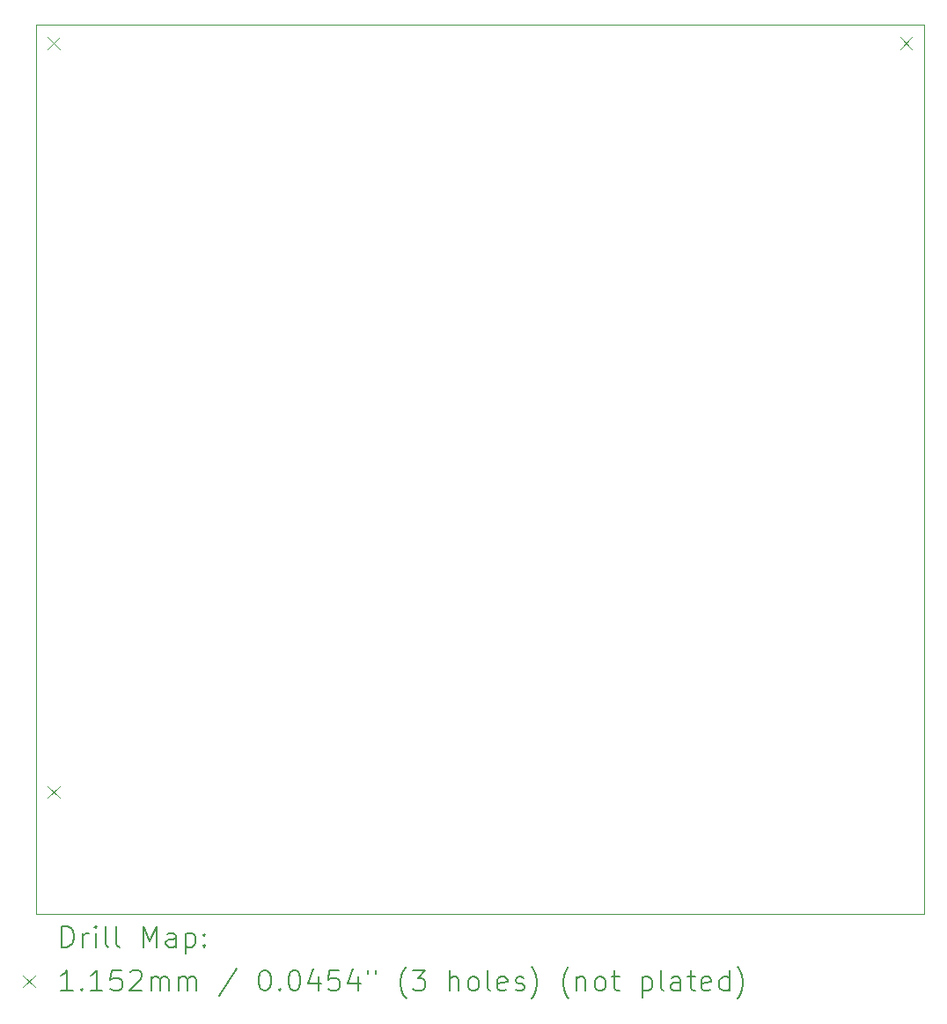
<source format=gbr>
%TF.GenerationSoftware,KiCad,Pcbnew,6.0.10+dfsg-1~bpo11+1*%
%TF.ProjectId,project,70726f6a-6563-4742-9e6b-696361645f70,rev?*%
%TF.SameCoordinates,Original*%
%TF.FileFunction,Drillmap*%
%TF.FilePolarity,Positive*%
%FSLAX45Y45*%
G04 Gerber Fmt 4.5, Leading zero omitted, Abs format (unit mm)*
%MOMM*%
%LPD*%
G01*
G04 APERTURE LIST*
%ADD10C,0.100000*%
%ADD11C,0.200000*%
%ADD12C,0.115200*%
G04 APERTURE END LIST*
D10*
X21101250Y-4828750D02*
X21101250Y-13378750D01*
X21101250Y-13378750D02*
X12551250Y-13378750D01*
X12551250Y-4828750D02*
X21101250Y-4828750D01*
X12551250Y-13378750D02*
X12551250Y-4828750D01*
D11*
D12*
X12668650Y-4946150D02*
X12783850Y-5061350D01*
X12783850Y-4946150D02*
X12668650Y-5061350D01*
X12668650Y-12146150D02*
X12783850Y-12261350D01*
X12783850Y-12146150D02*
X12668650Y-12261350D01*
X20868650Y-4946150D02*
X20983850Y-5061350D01*
X20983850Y-4946150D02*
X20868650Y-5061350D01*
D11*
X12803869Y-13694226D02*
X12803869Y-13494226D01*
X12851488Y-13494226D01*
X12880059Y-13503750D01*
X12899107Y-13522798D01*
X12908631Y-13541845D01*
X12918155Y-13579940D01*
X12918155Y-13608512D01*
X12908631Y-13646607D01*
X12899107Y-13665655D01*
X12880059Y-13684702D01*
X12851488Y-13694226D01*
X12803869Y-13694226D01*
X13003869Y-13694226D02*
X13003869Y-13560893D01*
X13003869Y-13598988D02*
X13013393Y-13579940D01*
X13022917Y-13570417D01*
X13041964Y-13560893D01*
X13061012Y-13560893D01*
X13127678Y-13694226D02*
X13127678Y-13560893D01*
X13127678Y-13494226D02*
X13118155Y-13503750D01*
X13127678Y-13513274D01*
X13137202Y-13503750D01*
X13127678Y-13494226D01*
X13127678Y-13513274D01*
X13251488Y-13694226D02*
X13232440Y-13684702D01*
X13222917Y-13665655D01*
X13222917Y-13494226D01*
X13356250Y-13694226D02*
X13337202Y-13684702D01*
X13327678Y-13665655D01*
X13327678Y-13494226D01*
X13584821Y-13694226D02*
X13584821Y-13494226D01*
X13651488Y-13637083D01*
X13718155Y-13494226D01*
X13718155Y-13694226D01*
X13899107Y-13694226D02*
X13899107Y-13589464D01*
X13889583Y-13570417D01*
X13870536Y-13560893D01*
X13832440Y-13560893D01*
X13813393Y-13570417D01*
X13899107Y-13684702D02*
X13880059Y-13694226D01*
X13832440Y-13694226D01*
X13813393Y-13684702D01*
X13803869Y-13665655D01*
X13803869Y-13646607D01*
X13813393Y-13627559D01*
X13832440Y-13618036D01*
X13880059Y-13618036D01*
X13899107Y-13608512D01*
X13994345Y-13560893D02*
X13994345Y-13760893D01*
X13994345Y-13570417D02*
X14013393Y-13560893D01*
X14051488Y-13560893D01*
X14070536Y-13570417D01*
X14080059Y-13579940D01*
X14089583Y-13598988D01*
X14089583Y-13656131D01*
X14080059Y-13675178D01*
X14070536Y-13684702D01*
X14051488Y-13694226D01*
X14013393Y-13694226D01*
X13994345Y-13684702D01*
X14175298Y-13675178D02*
X14184821Y-13684702D01*
X14175298Y-13694226D01*
X14165774Y-13684702D01*
X14175298Y-13675178D01*
X14175298Y-13694226D01*
X14175298Y-13570417D02*
X14184821Y-13579940D01*
X14175298Y-13589464D01*
X14165774Y-13579940D01*
X14175298Y-13570417D01*
X14175298Y-13589464D01*
D12*
X12431050Y-13966150D02*
X12546250Y-14081350D01*
X12546250Y-13966150D02*
X12431050Y-14081350D01*
D11*
X12908631Y-14114226D02*
X12794345Y-14114226D01*
X12851488Y-14114226D02*
X12851488Y-13914226D01*
X12832440Y-13942798D01*
X12813393Y-13961845D01*
X12794345Y-13971369D01*
X12994345Y-14095178D02*
X13003869Y-14104702D01*
X12994345Y-14114226D01*
X12984821Y-14104702D01*
X12994345Y-14095178D01*
X12994345Y-14114226D01*
X13194345Y-14114226D02*
X13080059Y-14114226D01*
X13137202Y-14114226D02*
X13137202Y-13914226D01*
X13118155Y-13942798D01*
X13099107Y-13961845D01*
X13080059Y-13971369D01*
X13375298Y-13914226D02*
X13280059Y-13914226D01*
X13270536Y-14009464D01*
X13280059Y-13999940D01*
X13299107Y-13990417D01*
X13346726Y-13990417D01*
X13365774Y-13999940D01*
X13375298Y-14009464D01*
X13384821Y-14028512D01*
X13384821Y-14076131D01*
X13375298Y-14095178D01*
X13365774Y-14104702D01*
X13346726Y-14114226D01*
X13299107Y-14114226D01*
X13280059Y-14104702D01*
X13270536Y-14095178D01*
X13461012Y-13933274D02*
X13470536Y-13923750D01*
X13489583Y-13914226D01*
X13537202Y-13914226D01*
X13556250Y-13923750D01*
X13565774Y-13933274D01*
X13575298Y-13952321D01*
X13575298Y-13971369D01*
X13565774Y-13999940D01*
X13451488Y-14114226D01*
X13575298Y-14114226D01*
X13661012Y-14114226D02*
X13661012Y-13980893D01*
X13661012Y-13999940D02*
X13670536Y-13990417D01*
X13689583Y-13980893D01*
X13718155Y-13980893D01*
X13737202Y-13990417D01*
X13746726Y-14009464D01*
X13746726Y-14114226D01*
X13746726Y-14009464D02*
X13756250Y-13990417D01*
X13775298Y-13980893D01*
X13803869Y-13980893D01*
X13822917Y-13990417D01*
X13832440Y-14009464D01*
X13832440Y-14114226D01*
X13927678Y-14114226D02*
X13927678Y-13980893D01*
X13927678Y-13999940D02*
X13937202Y-13990417D01*
X13956250Y-13980893D01*
X13984821Y-13980893D01*
X14003869Y-13990417D01*
X14013393Y-14009464D01*
X14013393Y-14114226D01*
X14013393Y-14009464D02*
X14022917Y-13990417D01*
X14041964Y-13980893D01*
X14070536Y-13980893D01*
X14089583Y-13990417D01*
X14099107Y-14009464D01*
X14099107Y-14114226D01*
X14489583Y-13904702D02*
X14318155Y-14161845D01*
X14746726Y-13914226D02*
X14765774Y-13914226D01*
X14784821Y-13923750D01*
X14794345Y-13933274D01*
X14803869Y-13952321D01*
X14813393Y-13990417D01*
X14813393Y-14038036D01*
X14803869Y-14076131D01*
X14794345Y-14095178D01*
X14784821Y-14104702D01*
X14765774Y-14114226D01*
X14746726Y-14114226D01*
X14727678Y-14104702D01*
X14718155Y-14095178D01*
X14708631Y-14076131D01*
X14699107Y-14038036D01*
X14699107Y-13990417D01*
X14708631Y-13952321D01*
X14718155Y-13933274D01*
X14727678Y-13923750D01*
X14746726Y-13914226D01*
X14899107Y-14095178D02*
X14908631Y-14104702D01*
X14899107Y-14114226D01*
X14889583Y-14104702D01*
X14899107Y-14095178D01*
X14899107Y-14114226D01*
X15032440Y-13914226D02*
X15051488Y-13914226D01*
X15070536Y-13923750D01*
X15080059Y-13933274D01*
X15089583Y-13952321D01*
X15099107Y-13990417D01*
X15099107Y-14038036D01*
X15089583Y-14076131D01*
X15080059Y-14095178D01*
X15070536Y-14104702D01*
X15051488Y-14114226D01*
X15032440Y-14114226D01*
X15013393Y-14104702D01*
X15003869Y-14095178D01*
X14994345Y-14076131D01*
X14984821Y-14038036D01*
X14984821Y-13990417D01*
X14994345Y-13952321D01*
X15003869Y-13933274D01*
X15013393Y-13923750D01*
X15032440Y-13914226D01*
X15270536Y-13980893D02*
X15270536Y-14114226D01*
X15222917Y-13904702D02*
X15175298Y-14047559D01*
X15299107Y-14047559D01*
X15470536Y-13914226D02*
X15375298Y-13914226D01*
X15365774Y-14009464D01*
X15375298Y-13999940D01*
X15394345Y-13990417D01*
X15441964Y-13990417D01*
X15461012Y-13999940D01*
X15470536Y-14009464D01*
X15480059Y-14028512D01*
X15480059Y-14076131D01*
X15470536Y-14095178D01*
X15461012Y-14104702D01*
X15441964Y-14114226D01*
X15394345Y-14114226D01*
X15375298Y-14104702D01*
X15365774Y-14095178D01*
X15651488Y-13980893D02*
X15651488Y-14114226D01*
X15603869Y-13904702D02*
X15556250Y-14047559D01*
X15680059Y-14047559D01*
X15746726Y-13914226D02*
X15746726Y-13952321D01*
X15822917Y-13914226D02*
X15822917Y-13952321D01*
X16118155Y-14190417D02*
X16108631Y-14180893D01*
X16089583Y-14152321D01*
X16080059Y-14133274D01*
X16070536Y-14104702D01*
X16061012Y-14057083D01*
X16061012Y-14018988D01*
X16070536Y-13971369D01*
X16080059Y-13942798D01*
X16089583Y-13923750D01*
X16108631Y-13895178D01*
X16118155Y-13885655D01*
X16175298Y-13914226D02*
X16299107Y-13914226D01*
X16232440Y-13990417D01*
X16261012Y-13990417D01*
X16280059Y-13999940D01*
X16289583Y-14009464D01*
X16299107Y-14028512D01*
X16299107Y-14076131D01*
X16289583Y-14095178D01*
X16280059Y-14104702D01*
X16261012Y-14114226D01*
X16203869Y-14114226D01*
X16184821Y-14104702D01*
X16175298Y-14095178D01*
X16537202Y-14114226D02*
X16537202Y-13914226D01*
X16622917Y-14114226D02*
X16622917Y-14009464D01*
X16613393Y-13990417D01*
X16594345Y-13980893D01*
X16565774Y-13980893D01*
X16546726Y-13990417D01*
X16537202Y-13999940D01*
X16746726Y-14114226D02*
X16727678Y-14104702D01*
X16718155Y-14095178D01*
X16708631Y-14076131D01*
X16708631Y-14018988D01*
X16718155Y-13999940D01*
X16727678Y-13990417D01*
X16746726Y-13980893D01*
X16775298Y-13980893D01*
X16794345Y-13990417D01*
X16803869Y-13999940D01*
X16813393Y-14018988D01*
X16813393Y-14076131D01*
X16803869Y-14095178D01*
X16794345Y-14104702D01*
X16775298Y-14114226D01*
X16746726Y-14114226D01*
X16927679Y-14114226D02*
X16908631Y-14104702D01*
X16899107Y-14085655D01*
X16899107Y-13914226D01*
X17080060Y-14104702D02*
X17061012Y-14114226D01*
X17022917Y-14114226D01*
X17003869Y-14104702D01*
X16994345Y-14085655D01*
X16994345Y-14009464D01*
X17003869Y-13990417D01*
X17022917Y-13980893D01*
X17061012Y-13980893D01*
X17080060Y-13990417D01*
X17089583Y-14009464D01*
X17089583Y-14028512D01*
X16994345Y-14047559D01*
X17165774Y-14104702D02*
X17184821Y-14114226D01*
X17222917Y-14114226D01*
X17241964Y-14104702D01*
X17251488Y-14085655D01*
X17251488Y-14076131D01*
X17241964Y-14057083D01*
X17222917Y-14047559D01*
X17194345Y-14047559D01*
X17175298Y-14038036D01*
X17165774Y-14018988D01*
X17165774Y-14009464D01*
X17175298Y-13990417D01*
X17194345Y-13980893D01*
X17222917Y-13980893D01*
X17241964Y-13990417D01*
X17318155Y-14190417D02*
X17327679Y-14180893D01*
X17346726Y-14152321D01*
X17356250Y-14133274D01*
X17365774Y-14104702D01*
X17375298Y-14057083D01*
X17375298Y-14018988D01*
X17365774Y-13971369D01*
X17356250Y-13942798D01*
X17346726Y-13923750D01*
X17327679Y-13895178D01*
X17318155Y-13885655D01*
X17680060Y-14190417D02*
X17670536Y-14180893D01*
X17651488Y-14152321D01*
X17641964Y-14133274D01*
X17632440Y-14104702D01*
X17622917Y-14057083D01*
X17622917Y-14018988D01*
X17632440Y-13971369D01*
X17641964Y-13942798D01*
X17651488Y-13923750D01*
X17670536Y-13895178D01*
X17680060Y-13885655D01*
X17756250Y-13980893D02*
X17756250Y-14114226D01*
X17756250Y-13999940D02*
X17765774Y-13990417D01*
X17784821Y-13980893D01*
X17813393Y-13980893D01*
X17832440Y-13990417D01*
X17841964Y-14009464D01*
X17841964Y-14114226D01*
X17965774Y-14114226D02*
X17946726Y-14104702D01*
X17937202Y-14095178D01*
X17927679Y-14076131D01*
X17927679Y-14018988D01*
X17937202Y-13999940D01*
X17946726Y-13990417D01*
X17965774Y-13980893D01*
X17994345Y-13980893D01*
X18013393Y-13990417D01*
X18022917Y-13999940D01*
X18032440Y-14018988D01*
X18032440Y-14076131D01*
X18022917Y-14095178D01*
X18013393Y-14104702D01*
X17994345Y-14114226D01*
X17965774Y-14114226D01*
X18089583Y-13980893D02*
X18165774Y-13980893D01*
X18118155Y-13914226D02*
X18118155Y-14085655D01*
X18127679Y-14104702D01*
X18146726Y-14114226D01*
X18165774Y-14114226D01*
X18384821Y-13980893D02*
X18384821Y-14180893D01*
X18384821Y-13990417D02*
X18403869Y-13980893D01*
X18441964Y-13980893D01*
X18461012Y-13990417D01*
X18470536Y-13999940D01*
X18480060Y-14018988D01*
X18480060Y-14076131D01*
X18470536Y-14095178D01*
X18461012Y-14104702D01*
X18441964Y-14114226D01*
X18403869Y-14114226D01*
X18384821Y-14104702D01*
X18594345Y-14114226D02*
X18575298Y-14104702D01*
X18565774Y-14085655D01*
X18565774Y-13914226D01*
X18756250Y-14114226D02*
X18756250Y-14009464D01*
X18746726Y-13990417D01*
X18727679Y-13980893D01*
X18689583Y-13980893D01*
X18670536Y-13990417D01*
X18756250Y-14104702D02*
X18737202Y-14114226D01*
X18689583Y-14114226D01*
X18670536Y-14104702D01*
X18661012Y-14085655D01*
X18661012Y-14066607D01*
X18670536Y-14047559D01*
X18689583Y-14038036D01*
X18737202Y-14038036D01*
X18756250Y-14028512D01*
X18822917Y-13980893D02*
X18899107Y-13980893D01*
X18851488Y-13914226D02*
X18851488Y-14085655D01*
X18861012Y-14104702D01*
X18880060Y-14114226D01*
X18899107Y-14114226D01*
X19041964Y-14104702D02*
X19022917Y-14114226D01*
X18984821Y-14114226D01*
X18965774Y-14104702D01*
X18956250Y-14085655D01*
X18956250Y-14009464D01*
X18965774Y-13990417D01*
X18984821Y-13980893D01*
X19022917Y-13980893D01*
X19041964Y-13990417D01*
X19051488Y-14009464D01*
X19051488Y-14028512D01*
X18956250Y-14047559D01*
X19222917Y-14114226D02*
X19222917Y-13914226D01*
X19222917Y-14104702D02*
X19203869Y-14114226D01*
X19165774Y-14114226D01*
X19146726Y-14104702D01*
X19137202Y-14095178D01*
X19127679Y-14076131D01*
X19127679Y-14018988D01*
X19137202Y-13999940D01*
X19146726Y-13990417D01*
X19165774Y-13980893D01*
X19203869Y-13980893D01*
X19222917Y-13990417D01*
X19299107Y-14190417D02*
X19308631Y-14180893D01*
X19327679Y-14152321D01*
X19337202Y-14133274D01*
X19346726Y-14104702D01*
X19356250Y-14057083D01*
X19356250Y-14018988D01*
X19346726Y-13971369D01*
X19337202Y-13942798D01*
X19327679Y-13923750D01*
X19308631Y-13895178D01*
X19299107Y-13885655D01*
M02*

</source>
